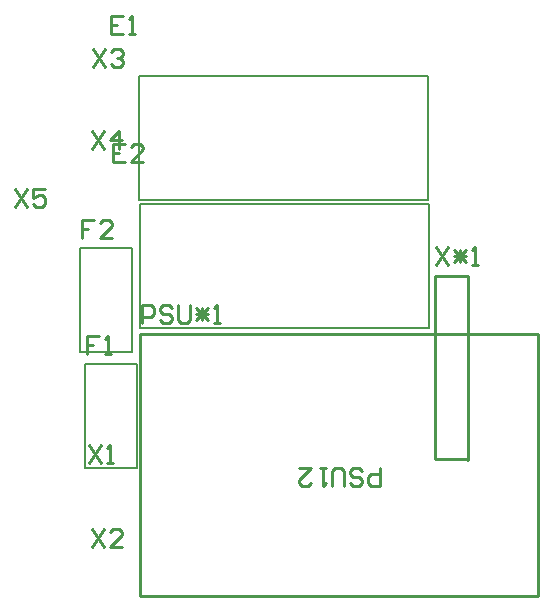
<source format=gto>
G04 Layer_Color=65535*
%FSLAX42Y42*%
%MOMM*%
G71*
G01*
G75*
%ADD12C,0.25*%
%ADD21C,0.16*%
%ADD22C,0.20*%
D12*
X490Y137D02*
Y2357D01*
X3860D01*
Y137D02*
Y2357D01*
X490Y137D02*
X3860D01*
X3214Y1298D02*
X3254Y1298D01*
X3264Y1288D01*
X3264Y2848D01*
X2984Y2848D02*
X3264Y2848D01*
X2984Y1298D02*
Y2848D01*
Y1298D02*
X3214D01*
X-572Y3581D02*
X-470Y3429D01*
Y3581D02*
X-572Y3429D01*
X-318Y3581D02*
X-419D01*
Y3505D01*
X-368Y3531D01*
X-343D01*
X-318Y3505D01*
Y3454D01*
X-343Y3429D01*
X-394D01*
X-419Y3454D01*
X55Y1419D02*
X156Y1266D01*
Y1419D02*
X55Y1266D01*
X207D02*
X258D01*
X232D01*
Y1419D01*
X207Y1393D01*
X503Y2446D02*
Y2598D01*
X579D01*
X604Y2573D01*
Y2522D01*
X579Y2497D01*
X503D01*
X757Y2573D02*
X731Y2598D01*
X681D01*
X655Y2573D01*
Y2548D01*
X681Y2522D01*
X731D01*
X757Y2497D01*
Y2471D01*
X731Y2446D01*
X681D01*
X655Y2471D01*
X808Y2598D02*
Y2471D01*
X833Y2446D01*
X884D01*
X909Y2471D01*
Y2598D01*
X960Y2573D02*
X1062Y2471D01*
X960D02*
X1062Y2573D01*
X960Y2522D02*
X1062D01*
X1011Y2471D02*
Y2573D01*
X1112Y2446D02*
X1163D01*
X1138D01*
Y2598D01*
X1112Y2573D01*
X2525Y1217D02*
Y1064D01*
X2449D01*
X2423Y1090D01*
Y1140D01*
X2449Y1166D01*
X2525D01*
X2271Y1090D02*
X2296Y1064D01*
X2347D01*
X2372Y1090D01*
Y1115D01*
X2347Y1140D01*
X2296D01*
X2271Y1166D01*
Y1191D01*
X2296Y1217D01*
X2347D01*
X2372Y1191D01*
X2220Y1064D02*
Y1191D01*
X2195Y1217D01*
X2144D01*
X2118Y1191D01*
Y1064D01*
X2068Y1217D02*
X2017D01*
X2042D01*
Y1064D01*
X2068Y1090D01*
X1839Y1217D02*
X1941D01*
X1839Y1115D01*
Y1090D01*
X1865Y1064D01*
X1915D01*
X1941Y1090D01*
X141Y2341D02*
X39D01*
Y2264D01*
X90D01*
X39D01*
Y2188D01*
X192D02*
X243D01*
X217D01*
Y2341D01*
X192Y2315D01*
X80Y707D02*
X182Y555D01*
Y707D02*
X80Y555D01*
X334D02*
X232D01*
X334Y657D01*
Y682D01*
X309Y707D01*
X258D01*
X232Y682D01*
X93Y4771D02*
X194Y4619D01*
Y4771D02*
X93Y4619D01*
X245Y4746D02*
X270Y4771D01*
X321D01*
X347Y4746D01*
Y4721D01*
X321Y4695D01*
X296D01*
X321D01*
X347Y4670D01*
Y4644D01*
X321Y4619D01*
X270D01*
X245Y4644D01*
X80Y4073D02*
X182Y3920D01*
Y4073D02*
X80Y3920D01*
X309D02*
Y4073D01*
X232Y3997D01*
X334D01*
X103Y3318D02*
X1D01*
Y3242D01*
X52D01*
X1D01*
Y3166D01*
X255D02*
X154D01*
X255Y3268D01*
Y3293D01*
X230Y3318D01*
X179D01*
X154Y3293D01*
X348Y5047D02*
X246D01*
Y4895D01*
X348D01*
X246Y4971D02*
X297D01*
X399Y4895D02*
X450D01*
X424D01*
Y5047D01*
X399Y5022D01*
X2997Y3089D02*
X3099Y2936D01*
Y3089D02*
X2997Y2936D01*
X3150Y3063D02*
X3251Y2962D01*
X3150D02*
X3251Y3063D01*
X3150Y3012D02*
X3251D01*
X3200Y2962D02*
Y3063D01*
X3302Y2936D02*
X3353D01*
X3327D01*
Y3089D01*
X3302Y3063D01*
X361Y3967D02*
X259D01*
Y3815D01*
X361D01*
X259Y3891D02*
X310D01*
X513Y3815D02*
X411D01*
X513Y3917D01*
Y3942D01*
X488Y3967D01*
X437D01*
X411Y3942D01*
D21*
X21Y2104D02*
X461D01*
X21Y1224D02*
X21Y2104D01*
X461Y1224D02*
X461Y2104D01*
X21Y1224D02*
X461D01*
X-17Y3082D02*
X423D01*
X-17Y2202D02*
X-17Y3082D01*
X423Y2202D02*
X423Y3082D01*
X-17Y2202D02*
X423D01*
D22*
X2927Y3488D02*
Y4538D01*
X477Y3488D02*
X2927D01*
X477D02*
Y4538D01*
X2927D01*
X2940Y2409D02*
Y3459D01*
X489Y2409D02*
X2940D01*
X489D02*
Y3459D01*
X2940D01*
M02*

</source>
